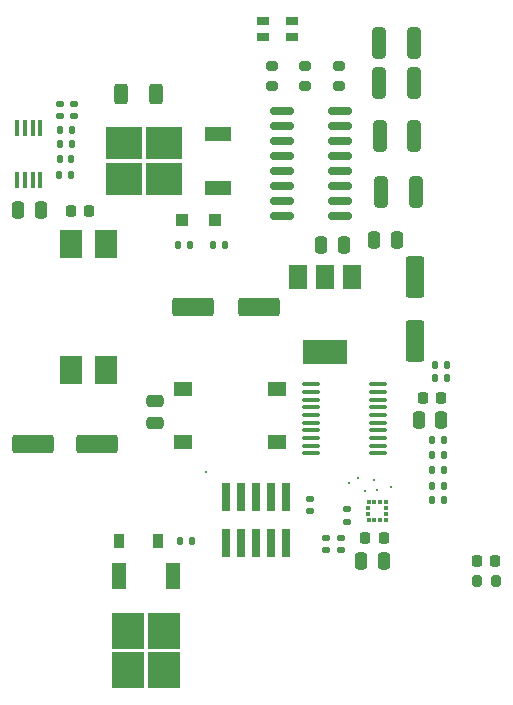
<source format=gtp>
%TF.GenerationSoftware,KiCad,Pcbnew,(6.0.1-0)*%
%TF.CreationDate,2023-09-01T00:14:15-05:00*%
%TF.ProjectId,tackle_sensor_hardware,7461636b-6c65-45f7-9365-6e736f725f68,REV1*%
%TF.SameCoordinates,Original*%
%TF.FileFunction,Paste,Top*%
%TF.FilePolarity,Positive*%
%FSLAX46Y46*%
G04 Gerber Fmt 4.6, Leading zero omitted, Abs format (unit mm)*
G04 Created by KiCad (PCBNEW (6.0.1-0)) date 2023-09-01 00:14:15*
%MOMM*%
%LPD*%
G01*
G04 APERTURE LIST*
G04 Aperture macros list*
%AMRoundRect*
0 Rectangle with rounded corners*
0 $1 Rounding radius*
0 $2 $3 $4 $5 $6 $7 $8 $9 X,Y pos of 4 corners*
0 Add a 4 corners polygon primitive as box body*
4,1,4,$2,$3,$4,$5,$6,$7,$8,$9,$2,$3,0*
0 Add four circle primitives for the rounded corners*
1,1,$1+$1,$2,$3*
1,1,$1+$1,$4,$5*
1,1,$1+$1,$6,$7*
1,1,$1+$1,$8,$9*
0 Add four rect primitives between the rounded corners*
20,1,$1+$1,$2,$3,$4,$5,0*
20,1,$1+$1,$4,$5,$6,$7,0*
20,1,$1+$1,$6,$7,$8,$9,0*
20,1,$1+$1,$8,$9,$2,$3,0*%
G04 Aperture macros list end*
%ADD10RoundRect,0.250000X0.250000X0.475000X-0.250000X0.475000X-0.250000X-0.475000X0.250000X-0.475000X0*%
%ADD11RoundRect,0.225000X0.225000X0.250000X-0.225000X0.250000X-0.225000X-0.250000X0.225000X-0.250000X0*%
%ADD12RoundRect,0.250000X0.312500X0.625000X-0.312500X0.625000X-0.312500X-0.625000X0.312500X-0.625000X0*%
%ADD13RoundRect,0.135000X-0.185000X0.135000X-0.185000X-0.135000X0.185000X-0.135000X0.185000X0.135000X0*%
%ADD14RoundRect,0.200000X-0.275000X0.200000X-0.275000X-0.200000X0.275000X-0.200000X0.275000X0.200000X0*%
%ADD15RoundRect,0.200000X0.200000X0.275000X-0.200000X0.275000X-0.200000X-0.275000X0.200000X-0.275000X0*%
%ADD16RoundRect,0.250000X0.312500X1.075000X-0.312500X1.075000X-0.312500X-1.075000X0.312500X-1.075000X0*%
%ADD17RoundRect,0.135000X-0.135000X-0.185000X0.135000X-0.185000X0.135000X0.185000X-0.135000X0.185000X0*%
%ADD18RoundRect,0.135000X0.135000X0.185000X-0.135000X0.185000X-0.135000X-0.185000X0.135000X-0.185000X0*%
%ADD19C,0.254000*%
%ADD20R,0.450000X1.450000*%
%ADD21R,0.760000X2.400000*%
%ADD22R,0.375000X0.350000*%
%ADD23R,0.350000X0.375000*%
%ADD24RoundRect,0.225000X-0.225000X-0.250000X0.225000X-0.250000X0.225000X0.250000X-0.225000X0.250000X0*%
%ADD25RoundRect,0.250000X1.500000X0.550000X-1.500000X0.550000X-1.500000X-0.550000X1.500000X-0.550000X0*%
%ADD26RoundRect,0.250000X0.550000X-1.500000X0.550000X1.500000X-0.550000X1.500000X-0.550000X-1.500000X0*%
%ADD27R,1.550000X1.300000*%
%ADD28RoundRect,0.100000X0.637500X0.100000X-0.637500X0.100000X-0.637500X-0.100000X0.637500X-0.100000X0*%
%ADD29RoundRect,0.150000X-0.825000X-0.150000X0.825000X-0.150000X0.825000X0.150000X-0.825000X0.150000X0*%
%ADD30RoundRect,0.135000X0.185000X-0.135000X0.185000X0.135000X-0.185000X0.135000X-0.185000X-0.135000X0*%
%ADD31R,1.955800X2.362200*%
%ADD32R,1.200000X2.200000*%
%ADD33R,2.750000X3.050000*%
%ADD34RoundRect,0.140000X0.170000X-0.140000X0.170000X0.140000X-0.170000X0.140000X-0.170000X-0.140000X0*%
%ADD35RoundRect,0.140000X-0.140000X-0.170000X0.140000X-0.170000X0.140000X0.170000X-0.140000X0.170000X0*%
%ADD36RoundRect,0.218750X0.218750X0.256250X-0.218750X0.256250X-0.218750X-0.256250X0.218750X-0.256250X0*%
%ADD37R,1.500000X2.000000*%
%ADD38R,3.800000X2.000000*%
%ADD39RoundRect,0.250000X-0.250000X-0.475000X0.250000X-0.475000X0.250000X0.475000X-0.250000X0.475000X0*%
%ADD40R,2.200000X1.200000*%
%ADD41R,3.050000X2.750000*%
%ADD42R,0.900000X1.200000*%
%ADD43R,1.000000X0.800000*%
%ADD44RoundRect,0.250000X-0.312500X-1.075000X0.312500X-1.075000X0.312500X1.075000X-0.312500X1.075000X0*%
%ADD45RoundRect,0.250000X0.475000X-0.250000X0.475000X0.250000X-0.475000X0.250000X-0.475000X-0.250000X0*%
%ADD46R,1.100000X1.100000*%
G04 APERTURE END LIST*
D10*
%TO.C,C9*%
X189318900Y-120232600D03*
X187418900Y-120232600D03*
%TD*%
D11*
%TO.C,C10*%
X164406500Y-90616200D03*
X162856500Y-90616200D03*
%TD*%
D12*
%TO.C,R7*%
X170023900Y-80710200D03*
X167098900Y-80710200D03*
%TD*%
D13*
%TO.C,R10*%
X186182000Y-115870800D03*
X186182000Y-116890800D03*
%TD*%
D14*
%TO.C,R11*%
X185572400Y-78360000D03*
X185572400Y-80010000D03*
%TD*%
D15*
%TO.C,R12*%
X198843400Y-121932200D03*
X197193400Y-121932200D03*
%TD*%
D14*
%TO.C,R13*%
X182676800Y-78360000D03*
X182676800Y-80010000D03*
%TD*%
D16*
%TO.C,R15*%
X191889300Y-79745000D03*
X188964300Y-79745000D03*
%TD*%
D17*
%TO.C,R16*%
X193413000Y-111252000D03*
X194433000Y-111252000D03*
%TD*%
D16*
%TO.C,R17*%
X191918700Y-84266200D03*
X188993700Y-84266200D03*
%TD*%
D17*
%TO.C,R18*%
X193673000Y-104775000D03*
X194693000Y-104775000D03*
%TD*%
D16*
%TO.C,R19*%
X192020300Y-88990600D03*
X189095300Y-88990600D03*
%TD*%
D18*
%TO.C,R22*%
X194441000Y-113919000D03*
X193421000Y-113919000D03*
%TD*%
D17*
%TO.C,R25*%
X193417000Y-112522000D03*
X194437000Y-112522000D03*
%TD*%
D19*
%TO.C,TP8*%
X187114100Y-113222200D03*
%TD*%
%TO.C,TP11*%
X188739700Y-114187400D03*
%TD*%
%TO.C,TP13*%
X188485700Y-113374600D03*
%TD*%
%TO.C,TP14*%
X189908100Y-113984200D03*
%TD*%
D14*
%TO.C,R14*%
X179832000Y-80010000D03*
X179832000Y-78360000D03*
%TD*%
D20*
%TO.C,U2*%
X160250700Y-87990200D03*
X159600700Y-87990200D03*
X158950700Y-87990200D03*
X158300700Y-87990200D03*
X158300700Y-83590200D03*
X158950700Y-83590200D03*
X159600700Y-83590200D03*
X160250700Y-83590200D03*
%TD*%
D21*
%TO.C,J1*%
X181018104Y-114777402D03*
X181018104Y-118677402D03*
X179748104Y-114777402D03*
X179748104Y-118677402D03*
X178478104Y-114777402D03*
X178478104Y-118677402D03*
X177208104Y-114777402D03*
X177208104Y-118677402D03*
X175938104Y-114777402D03*
X175938104Y-118677402D03*
%TD*%
D17*
%TO.C,R1*%
X172102700Y-118556200D03*
X173122700Y-118556200D03*
%TD*%
D11*
%TO.C,C11*%
X189324500Y-118251400D03*
X187774500Y-118251400D03*
%TD*%
D22*
%TO.C,U3*%
X189553000Y-115766200D03*
X189553000Y-116266200D03*
D23*
X189540500Y-116778700D03*
X189040500Y-116778700D03*
X188540500Y-116778700D03*
X188040500Y-116778700D03*
D22*
X188028000Y-116266200D03*
X188028000Y-115766200D03*
D23*
X188040500Y-115253700D03*
X188540500Y-115253700D03*
X189040500Y-115253700D03*
X189540500Y-115253700D03*
%TD*%
D24*
%TO.C,C7*%
X192646000Y-106426000D03*
X194196000Y-106426000D03*
%TD*%
D10*
%TO.C,C3*%
X160291700Y-90489200D03*
X158391700Y-90489200D03*
%TD*%
D25*
%TO.C,C2*%
X165023700Y-110301200D03*
X159623700Y-110301200D03*
%TD*%
D13*
%TO.C,R3*%
X183050100Y-114996200D03*
X183050100Y-116016200D03*
%TD*%
D17*
%TO.C,R20*%
X194693000Y-103632000D03*
X193673000Y-103632000D03*
%TD*%
%TO.C,R4*%
X161862500Y-87517400D03*
X162882500Y-87517400D03*
%TD*%
D26*
%TO.C,C15*%
X191990900Y-101596600D03*
X191990900Y-96196600D03*
%TD*%
D27*
%TO.C,SW1*%
X180324500Y-110189000D03*
X172364500Y-110189000D03*
X180324500Y-105689000D03*
X172364500Y-105689000D03*
%TD*%
D28*
%TO.C,U1*%
X188859000Y-111118000D03*
X188859000Y-110468000D03*
X188859000Y-109818000D03*
X188859000Y-109168000D03*
X188859000Y-108518000D03*
X188859000Y-107868000D03*
X188859000Y-107218000D03*
X188859000Y-106568000D03*
X188859000Y-105918000D03*
X188859000Y-105268000D03*
X183134000Y-105268000D03*
X183134000Y-105918000D03*
X183134000Y-106568000D03*
X183134000Y-107218000D03*
X183134000Y-107868000D03*
X183134000Y-108518000D03*
X183134000Y-109168000D03*
X183134000Y-109818000D03*
X183134000Y-110468000D03*
X183134000Y-111118000D03*
%TD*%
D29*
%TO.C,U5*%
X185626700Y-82107200D03*
X185626700Y-83377200D03*
X185626700Y-84647200D03*
X185626700Y-85917200D03*
X185626700Y-87187200D03*
X185626700Y-88457200D03*
X185626700Y-89727200D03*
X185626700Y-90997200D03*
X180676700Y-90997200D03*
X180676700Y-89727200D03*
X180676700Y-88457200D03*
X180676700Y-87187200D03*
X180676700Y-85917200D03*
X180676700Y-84647200D03*
X180676700Y-83377200D03*
X180676700Y-82107200D03*
%TD*%
D18*
%TO.C,R9*%
X171920900Y-93511800D03*
X172940900Y-93511800D03*
%TD*%
D17*
%TO.C,R2*%
X161913300Y-83702200D03*
X162933300Y-83702200D03*
%TD*%
D30*
%TO.C,R23*%
X185674000Y-118262400D03*
X185674000Y-119282400D03*
%TD*%
D31*
%TO.C,T1*%
X165855700Y-104065500D03*
X162855700Y-104065500D03*
X162855700Y-93422900D03*
X165855700Y-93422900D03*
%TD*%
D18*
%TO.C,R8*%
X174867300Y-93511800D03*
X175887300Y-93511800D03*
%TD*%
%TO.C,R5*%
X194441000Y-115062000D03*
X193421000Y-115062000D03*
%TD*%
D32*
%TO.C,Q1*%
X166902700Y-121503200D03*
X171462700Y-121503200D03*
D33*
X170707700Y-126128200D03*
X167657700Y-129478200D03*
X167657700Y-126128200D03*
X170707700Y-129478200D03*
%TD*%
D34*
%TO.C,C6*%
X163085700Y-82533800D03*
X163085700Y-81573800D03*
%TD*%
D30*
%TO.C,R21*%
X184454800Y-118260400D03*
X184454800Y-119280400D03*
%TD*%
D35*
%TO.C,C8*%
X161917300Y-86191400D03*
X162877300Y-86191400D03*
%TD*%
D36*
%TO.C,D3*%
X198780400Y-120205000D03*
X197205400Y-120205000D03*
%TD*%
D17*
%TO.C,R6*%
X162935300Y-84921400D03*
X161915300Y-84921400D03*
%TD*%
D34*
%TO.C,C5*%
X161917300Y-82533800D03*
X161917300Y-81573800D03*
%TD*%
D37*
%TO.C,U4*%
X186670900Y-96203800D03*
X184370900Y-96203800D03*
D38*
X184370900Y-102503800D03*
D37*
X182070900Y-96203800D03*
%TD*%
D39*
%TO.C,C14*%
X188516100Y-93054600D03*
X190416100Y-93054600D03*
%TD*%
D25*
%TO.C,C12*%
X178738100Y-98744200D03*
X173138100Y-98744200D03*
%TD*%
D39*
%TO.C,C13*%
X184045700Y-93511800D03*
X185945700Y-93511800D03*
%TD*%
D19*
%TO.C,TP2*%
X174261700Y-112663400D03*
%TD*%
%TO.C,TP10*%
X187774500Y-114289000D03*
%TD*%
D40*
%TO.C,Q2*%
X175327900Y-84118800D03*
X175327900Y-88678800D03*
D41*
X170702900Y-87923800D03*
X167352900Y-87923800D03*
X170702900Y-84873800D03*
X167352900Y-84873800D03*
%TD*%
D39*
%TO.C,C4*%
X192283000Y-108331000D03*
X194183000Y-108331000D03*
%TD*%
D17*
%TO.C,R24*%
X193413000Y-109982000D03*
X194433000Y-109982000D03*
%TD*%
D42*
%TO.C,D1*%
X166896700Y-118556200D03*
X170196700Y-118556200D03*
%TD*%
D43*
%TO.C,D4*%
X181590000Y-74509400D03*
X181590000Y-75909400D03*
X179090000Y-75909400D03*
X179090000Y-74509400D03*
%TD*%
D44*
%TO.C,F1*%
X188964300Y-76341400D03*
X191889300Y-76341400D03*
%TD*%
D19*
%TO.C,TP9*%
X186402900Y-113628600D03*
%TD*%
D45*
%TO.C,C1*%
X169943700Y-108548600D03*
X169943700Y-106648600D03*
%TD*%
D46*
%TO.C,D2*%
X172274500Y-91378200D03*
X175074500Y-91378200D03*
%TD*%
M02*

</source>
